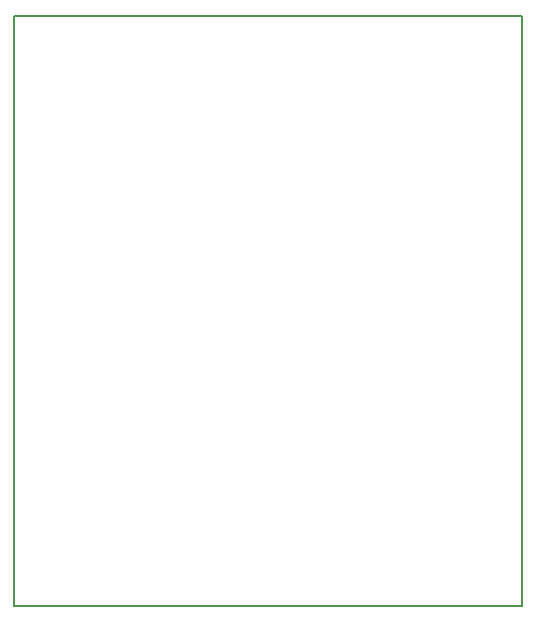
<source format=gbr>
G04 (created by PCBNEW (25-Oct-2014 BZR 4029)-stable) date Fri 14 Aug 2015 02:05:26 PM EDT*
%MOIN*%
G04 Gerber Fmt 3.4, Leading zero omitted, Abs format*
%FSLAX34Y34*%
G01*
G70*
G90*
G04 APERTURE LIST*
%ADD10C,0.00393701*%
%ADD11C,0.00590551*%
G04 APERTURE END LIST*
G54D10*
G54D11*
X58267Y-31496D02*
X58267Y-51181D01*
X41338Y-31496D02*
X58267Y-31496D01*
X41338Y-51181D02*
X41338Y-31496D01*
X58267Y-51181D02*
X41338Y-51181D01*
M02*

</source>
